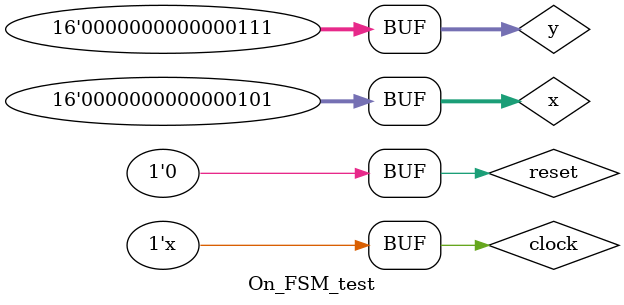
<source format=v>
`timescale 1ns / 1ps


module On_FSM_test;

	// Inputs
	reg clock;
	reg [15:0] x;
	reg [15:0] y;
	reg reset;

	// Outputs
	wire is_on;

	// Instantiate the Unit Under Test (UUT)
	On_FSM uut (
		.clock(clock), 
		.x(x), 
		.y(y),  
		.reset(reset), 
		.is_on(is_on)
	);

	always #5 clock = !clock;
	initial begin
		// Initialize Inputs
		clock = 0;
		x = 0;
		y = 0;
		reset = 0;

		// Wait 100 ns for global reset to finish
		#100;
        
		// Add stimulus here
		x = 5;
		y = 7;
		
		#10
		x = 2;
		y = 7;
		
		#10
		x = 2;
		y = 5;
		
		#10
		x = 2;
		y = 2;
		
		#10
		x = 5;
		y = 2;
		
		#10
		x = 7;
		y = 2;
		
		#10
		x = 7;
		y = 5;
		
		#10
		x = 7;
		y = 7;
		
		#10
		x = 5;
		y = 7;
		

	end
      
endmodule


</source>
